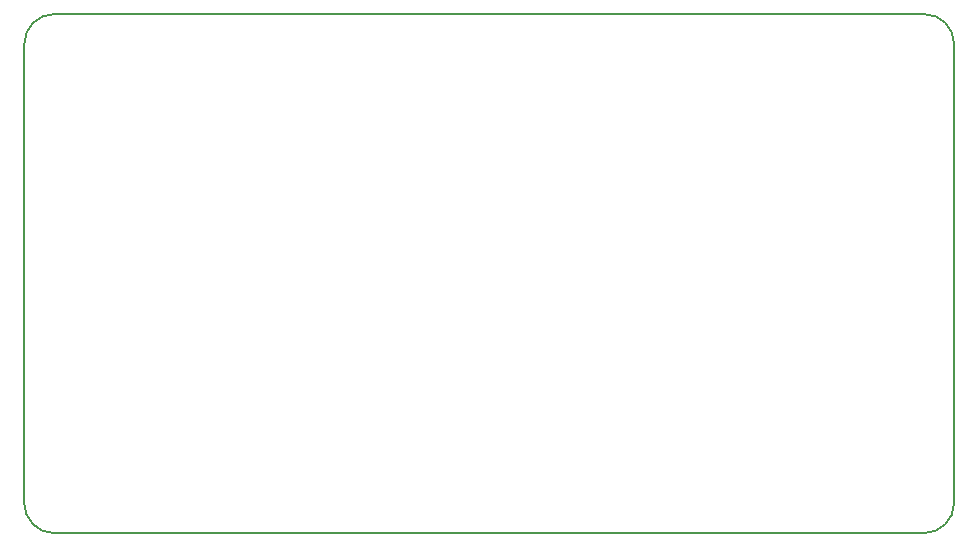
<source format=gm1>
G04 #@! TF.GenerationSoftware,KiCad,Pcbnew,5.0.2-bee76a0~70~ubuntu16.04.1*
G04 #@! TF.CreationDate,2020-01-13T19:01:32-06:00*
G04 #@! TF.ProjectId,GPRegisters,47505265-6769-4737-9465-72732e6b6963,rev?*
G04 #@! TF.SameCoordinates,Original*
G04 #@! TF.FileFunction,Profile,NP*
%FSLAX46Y46*%
G04 Gerber Fmt 4.6, Leading zero omitted, Abs format (unit mm)*
G04 Created by KiCad (PCBNEW 5.0.2-bee76a0~70~ubuntu16.04.1) date lun 13 ene 2020 19:01:32 CST*
%MOMM*%
%LPD*%
G01*
G04 APERTURE LIST*
%ADD10C,0.150000*%
G04 APERTURE END LIST*
D10*
X156464000Y-49022000D02*
G75*
G02X159004000Y-51562000I0J-2540000D01*
G01*
X80264000Y-51562000D02*
G75*
G02X82804000Y-49022000I2540000J0D01*
G01*
X82804000Y-92964000D02*
G75*
G02X80264000Y-90424000I0J2540000D01*
G01*
X159004000Y-90424000D02*
G75*
G02X156464000Y-92964000I-2540000J0D01*
G01*
X156464000Y-49022000D02*
X82804000Y-49022000D01*
X159004000Y-90424000D02*
X159004000Y-51562000D01*
X82804000Y-92964000D02*
X156464000Y-92964000D01*
X80264000Y-51562000D02*
X80264000Y-90424000D01*
M02*

</source>
